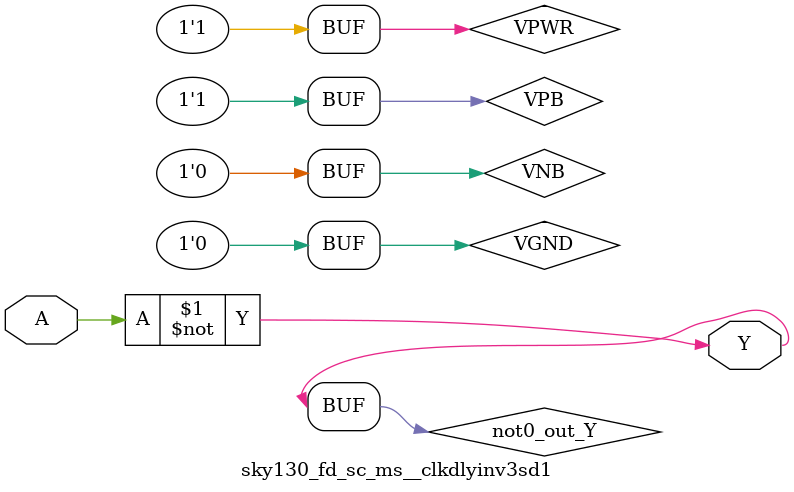
<source format=v>
/*
 * Copyright 2020 The SkyWater PDK Authors
 *
 * Licensed under the Apache License, Version 2.0 (the "License");
 * you may not use this file except in compliance with the License.
 * You may obtain a copy of the License at
 *
 *     https://www.apache.org/licenses/LICENSE-2.0
 *
 * Unless required by applicable law or agreed to in writing, software
 * distributed under the License is distributed on an "AS IS" BASIS,
 * WITHOUT WARRANTIES OR CONDITIONS OF ANY KIND, either express or implied.
 * See the License for the specific language governing permissions and
 * limitations under the License.
 *
 * SPDX-License-Identifier: Apache-2.0
*/


`ifndef SKY130_FD_SC_MS__CLKDLYINV3SD1_BEHAVIORAL_V
`define SKY130_FD_SC_MS__CLKDLYINV3SD1_BEHAVIORAL_V

/**
 * clkdlyinv3sd1: Clock Delay Inverter 3-stage 0.15um length inner
 *                stage gate.
 *
 * Verilog simulation functional model.
 */

`timescale 1ns / 1ps
`default_nettype none

`celldefine
module sky130_fd_sc_ms__clkdlyinv3sd1 (
    Y,
    A
);

    // Module ports
    output Y;
    input  A;

    // Module supplies
    supply1 VPWR;
    supply0 VGND;
    supply1 VPB ;
    supply0 VNB ;

    // Local signals
    wire not0_out_Y;

    //  Name  Output      Other arguments
    not not0 (not0_out_Y, A              );
    buf buf0 (Y         , not0_out_Y     );

endmodule
`endcelldefine

`default_nettype wire
`endif  // SKY130_FD_SC_MS__CLKDLYINV3SD1_BEHAVIORAL_V
</source>
